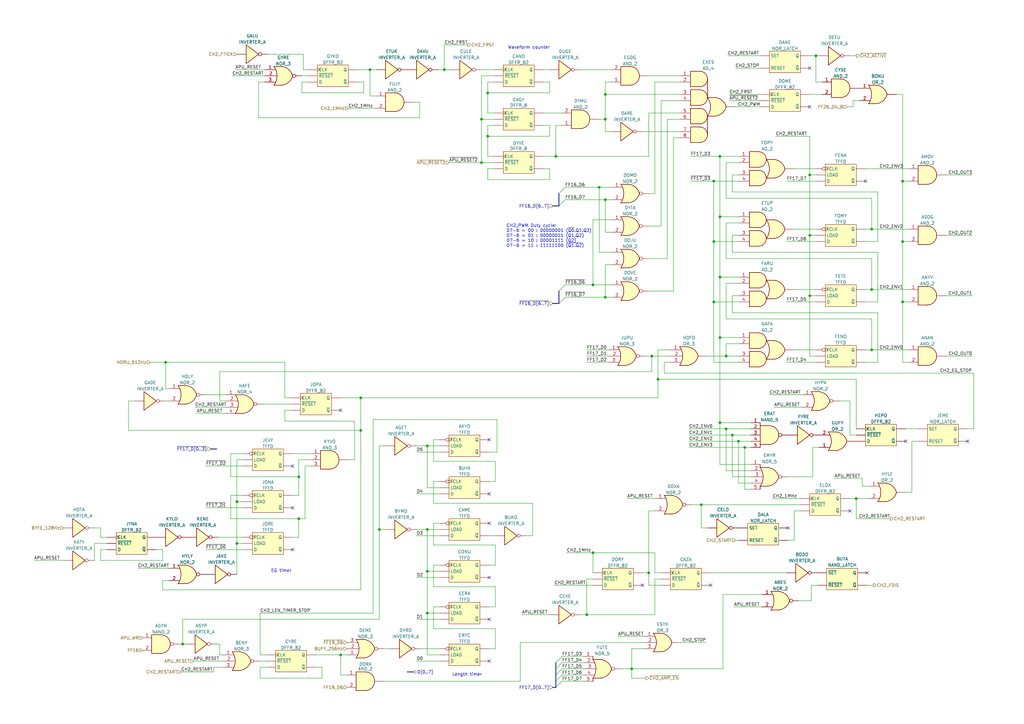
<source format=kicad_sch>
(kicad_sch (version 20211123) (generator eeschema)
  (paper "A3")
  (title_block (title "DMG-CPU B") (date "2022-12-22") (rev "0.3") (company "CC-BY-SA-4.0 Régis Galland & Michael Singer -- Derived work from Furrtek") (comment 1 "https://github.com/msinger/dmg-schematics"))
  (junction (at 97.155 205.74))
  (junction (at 248.285 121.92))
  (junction (at 300.355 178.435))
  (junction (at 295.275 173.355))
  (junction (at 357.505 118.745))
  (junction (at 248.285 38.735))
  (junction (at 155.575 217.17))
  (junction (at 139.7 268.605))
  (junction (at 305.435 183.515))
  (junction (at 243.205 116.84))
  (junction (at 200.025 55.88))
  (junction (at 269.875 155.575))
  (junction (at 332.105 121.285))
  (junction (at 332.105 96.52))
  (junction (at 197.485 48.895))
  (junction (at 259.08 274.32))
  (junction (at 266.065 234.95))
  (junction (at 302.895 180.975))
  (junction (at 292.735 99.06))
  (junction (at 295.275 138.43))
  (junction (at 240.665 252.095))
  (junction (at 295.275 88.9))
  (junction (at 122.555 212.725))
  (junction (at 74.93 264.16))
  (junction (at 243.205 226.695))
  (junction (at 357.505 93.98))
  (junction (at 175.26 251.46))
  (junction (at 248.285 81.915))
  (junction (at 200.025 38.1))
  (junction (at 245.745 76.835))
  (junction (at 334.645 22.86))
  (junction (at 351.155 204.47))
  (junction (at 151.765 28.575))
  (junction (at 295.275 113.665))
  (junction (at 370.205 123.825))
  (junction (at 287.655 207.01))
  (junction (at 357.505 143.51))
  (junction (at 182.245 28.575))
  (junction (at 292.735 123.825))
  (junction (at 297.815 146.05))
  (junction (at 332.105 71.755))
  (junction (at 197.485 66.675))
  (junction (at 292.735 74.295))
  (junction (at 370.205 74.295))
  (junction (at 175.26 234.315))
  (junction (at 175.26 217.17))
  (junction (at 122.555 195.58))
  (junction (at 370.205 99.06))
  (junction (at 97.155 222.885))
  (junction (at 248.285 48.895))
  (junction (at 147.955 176.53))
  (junction (at 295.275 64.135))
  (junction (at 267.335 146.05))
  (junction (at 175.26 182.88))
  (junction (at 147.955 163.195))
  (junction (at 67.945 148.59))
  (junction (at 227.965 64.135))
  (junction (at 297.815 175.895))
  (no_connect (at 200.66 254))
  (no_connect (at 332.105 43.815))
  (no_connect (at 291.465 240.03))
  (no_connect (at 200.66 214.63))
  (no_connect (at 371.475 180.975))
  (no_connect (at 348.615 209.55))
  (no_connect (at 120.015 208.28))
  (no_connect (at 332.105 27.94))
  (no_connect (at 200.66 202.565))
  (no_connect (at 120.015 225.425))
  (no_connect (at 200.66 180.34))
  (no_connect (at 323.215 216.535))
  (no_connect (at 139.7 168.275))
  (no_connect (at 200.66 236.855))
  (no_connect (at 200.66 271.145))
  (no_connect (at 120.015 191.135))
  (no_connect (at 354.965 74.295))
  (no_connect (at 396.875 180.975))
  (no_connect (at 263.525 240.03))
  (no_connect (at 355.6 234.95))
  (bus_entry (at 230.505 279.4) (size -2.54 2.54))
  (bus_entry (at 230.505 276.86) (size -2.54 2.54))
  (bus_entry (at 231.775 121.92) (size -2.54 2.54))
  (bus_entry (at 230.505 271.78) (size -2.54 2.54))
  (bus_entry (at 230.505 269.24) (size -2.54 2.54))
  (bus_entry (at 230.505 274.32) (size -2.54 2.54))
  (bus_entry (at 231.775 76.835) (size -2.54 2.54))
  (bus_entry (at 231.775 81.915) (size -2.54 2.54))
  (bus_entry (at 231.775 116.84) (size -2.54 2.54))
  (wire (pts (xy 292.735 123.825) (xy 302.895 123.825)))
  (wire (pts (xy 357.505 143.51) (xy 372.745 143.51)))
  (wire (pts (xy 96.52 28.575) (xy 108.585 28.575)))
  (wire (pts (xy 106.68 278.13) (xy 132.08 278.13)))
  (wire (pts (xy 203.2 266.065) (xy 203.2 257.81)))
  (wire (pts (xy 202.565 28.575) (xy 197.485 28.575)))
  (wire (pts (xy 240.665 146.05) (xy 249.555 146.05)))
  (wire (pts (xy 374.015 180.975) (xy 374.015 201.93)))
  (wire (pts (xy 87.63 275.59) (xy 87.63 273.685)))
  (bus (pts (xy 227.965 276.86) (xy 227.965 279.4)))
  (wire (pts (xy 282.575 175.895) (xy 297.815 175.895)))
  (wire (pts (xy 295.275 113.665) (xy 295.275 138.43)))
  (wire (pts (xy 89.535 220.345) (xy 99.695 220.345)))
  (wire (pts (xy 227.965 64.135) (xy 227.965 51.435)))
  (wire (pts (xy 287.655 207.01) (xy 287.655 216.535)))
  (wire (pts (xy 202.565 64.135) (xy 200.025 64.135)))
  (wire (pts (xy 203.2 189.23) (xy 177.8 189.23)))
  (wire (pts (xy 307.975 178.435) (xy 300.355 178.435)))
  (wire (pts (xy 92.71 164.465) (xy 90.17 164.465)))
  (wire (pts (xy 254.635 274.32) (xy 259.08 274.32)))
  (wire (pts (xy 335.915 183.515) (xy 333.375 183.515)))
  (wire (pts (xy 225.425 38.1) (xy 225.425 33.655)))
  (bus (pts (xy 86.36 184.15) (xy 88.9 184.15)))
  (wire (pts (xy 243.205 90.17) (xy 250.825 90.17)))
  (wire (pts (xy 282.575 180.975) (xy 302.895 180.975)))
  (wire (pts (xy 225.425 51.435) (xy 222.885 51.435)))
  (wire (pts (xy 99.695 186.055) (xy 94.615 186.055)))
  (wire (pts (xy 84.455 191.135) (xy 99.695 191.135)))
  (wire (pts (xy 295.275 88.9) (xy 295.275 113.665)))
  (wire (pts (xy 302.895 140.97) (xy 297.815 140.97)))
  (wire (pts (xy 97.155 205.74) (xy 99.695 205.74)))
  (wire (pts (xy 295.275 138.43) (xy 295.275 173.355)))
  (wire (pts (xy 160.02 266.065) (xy 157.48 266.065)))
  (wire (pts (xy 84.455 225.425) (xy 99.695 225.425)))
  (wire (pts (xy 203.835 172.085) (xy 203.835 185.42)))
  (wire (pts (xy 351.155 204.47) (xy 356.235 204.47)))
  (wire (pts (xy 177.8 223.52) (xy 177.8 214.63)))
  (wire (pts (xy 357.505 130.81) (xy 357.505 143.51)))
  (wire (pts (xy 248.285 33.655) (xy 250.825 33.655)))
  (wire (pts (xy 357.505 106.045) (xy 357.505 118.745)))
  (wire (pts (xy 266.065 92.71) (xy 271.145 92.71)))
  (wire (pts (xy 94.615 186.055) (xy 94.615 195.58)))
  (wire (pts (xy 351.155 178.435) (xy 348.615 178.435)))
  (wire (pts (xy 278.765 33.655) (xy 268.605 33.655)))
  (wire (pts (xy 297.815 81.28) (xy 357.505 81.28)))
  (wire (pts (xy 300.355 121.285) (xy 300.355 128.27)))
  (wire (pts (xy 259.08 278.13) (xy 264.795 278.13)))
  (wire (pts (xy 273.685 48.895) (xy 278.765 48.895)))
  (wire (pts (xy 177.8 206.375) (xy 218.44 206.375)))
  (wire (pts (xy 52.705 164.465) (xy 55.245 164.465)))
  (wire (pts (xy 99.695 188.595) (xy 97.155 188.595)))
  (wire (pts (xy 145.415 188.595) (xy 145.415 172.72)))
  (wire (pts (xy 349.885 41.275) (xy 349.885 43.815)))
  (wire (pts (xy 38.735 216.535) (xy 41.275 216.535)))
  (wire (pts (xy 80.645 169.545) (xy 92.71 169.545)))
  (wire (pts (xy 274.955 143.51) (xy 269.875 143.51)))
  (wire (pts (xy 64.135 225.425) (xy 66.675 225.425)))
  (wire (pts (xy 107.95 165.735) (xy 119.38 165.735)))
  (wire (pts (xy 267.335 152.4) (xy 267.335 146.05)))
  (wire (pts (xy 175.26 217.17) (xy 180.34 217.17)))
  (wire (pts (xy 269.875 155.575) (xy 351.155 155.575)))
  (wire (pts (xy 297.815 193.04) (xy 307.975 193.04)))
  (wire (pts (xy 348.615 204.47) (xy 351.155 204.47)))
  (wire (pts (xy 250.825 53.975) (xy 248.285 53.975)))
  (wire (pts (xy 177.8 197.485) (xy 180.34 197.485)))
  (wire (pts (xy 316.865 204.47) (xy 328.295 204.47)))
  (wire (pts (xy 170.815 236.855) (xy 180.34 236.855)))
  (wire (pts (xy 202.565 69.215) (xy 200.025 69.215)))
  (wire (pts (xy 180.34 266.065) (xy 172.72 266.065)))
  (bus (pts (xy 229.235 124.46) (xy 229.235 119.38)))
  (wire (pts (xy 66.675 225.425) (xy 66.675 229.87)))
  (wire (pts (xy 149.225 33.655) (xy 149.225 38.1)))
  (wire (pts (xy 122.555 212.725) (xy 125.095 212.725)))
  (bus (pts (xy 227.965 271.78) (xy 227.965 274.32)))
  (wire (pts (xy 297.815 91.44) (xy 297.815 106.045)))
  (wire (pts (xy 230.505 271.78) (xy 239.395 271.78)))
  (wire (pts (xy 139.7 163.195) (xy 147.955 163.195)))
  (wire (pts (xy 292.735 148.59) (xy 302.895 148.59)))
  (wire (pts (xy 305.435 200.66) (xy 307.975 200.66)))
  (wire (pts (xy 335.915 22.86) (xy 334.645 22.86)))
  (wire (pts (xy 147.955 176.53) (xy 147.955 241.935)))
  (wire (pts (xy 357.505 118.745) (xy 372.745 118.745)))
  (wire (pts (xy 325.755 118.745) (xy 334.645 118.745)))
  (wire (pts (xy 170.815 182.88) (xy 175.26 182.88)))
  (wire (pts (xy 248.285 121.92) (xy 250.825 121.92)))
  (wire (pts (xy 202.565 33.655) (xy 200.025 33.655)))
  (wire (pts (xy 200.66 219.71) (xy 203.2 219.71)))
  (wire (pts (xy 360.045 128.27) (xy 360.045 148.59)))
  (wire (pts (xy 259.08 266.065) (xy 264.16 266.065)))
  (wire (pts (xy 125.095 191.135) (xy 127.635 191.135)))
  (wire (pts (xy 90.17 152.4) (xy 267.335 152.4)))
  (wire (pts (xy 116.84 168.275) (xy 116.84 172.72)))
  (wire (pts (xy 225.425 73.66) (xy 225.425 69.215)))
  (wire (pts (xy 354.965 148.59) (xy 360.045 148.59)))
  (wire (pts (xy 106.045 33.655) (xy 106.045 48.26)))
  (wire (pts (xy 200.66 197.485) (xy 203.2 197.485)))
  (wire (pts (xy 56.515 233.045) (xy 69.215 233.045)))
  (wire (pts (xy 116.84 168.275) (xy 119.38 168.275)))
  (wire (pts (xy 259.08 266.065) (xy 259.08 274.32)))
  (wire (pts (xy 370.205 38.735) (xy 370.205 74.295)))
  (wire (pts (xy 151.765 39.37) (xy 154.305 39.37)))
  (wire (pts (xy 97.155 235.585) (xy 97.155 222.885)))
  (wire (pts (xy 122.555 188.595) (xy 122.555 195.58)))
  (wire (pts (xy 250.825 28.575) (xy 238.125 28.575)))
  (wire (pts (xy 325.755 209.55) (xy 325.755 221.615)))
  (wire (pts (xy 266.065 31.115) (xy 278.765 31.115)))
  (wire (pts (xy 297.815 116.205) (xy 297.815 130.81)))
  (wire (pts (xy 227.965 51.435) (xy 230.505 51.435)))
  (wire (pts (xy 231.775 121.92) (xy 248.285 121.92)))
  (wire (pts (xy 41.275 225.425) (xy 43.815 225.425)))
  (bus (pts (xy 226.695 281.94) (xy 227.965 281.94)))
  (wire (pts (xy 158.115 182.88) (xy 155.575 182.88)))
  (wire (pts (xy 116.84 148.59) (xy 116.84 163.195)))
  (wire (pts (xy 106.045 48.26) (xy 172.085 48.26)))
  (wire (pts (xy 268.605 234.95) (xy 271.145 234.95)))
  (wire (pts (xy 357.505 81.28) (xy 357.505 93.98)))
  (wire (pts (xy 203.2 248.92) (xy 203.2 240.665)))
  (bus (pts (xy 226.695 124.46) (xy 229.235 124.46)))
  (wire (pts (xy 170.815 217.17) (xy 175.26 217.17)))
  (wire (pts (xy 271.145 237.49) (xy 268.605 237.49)))
  (wire (pts (xy 66.675 241.935) (xy 66.675 238.125)))
  (wire (pts (xy 197.485 31.115) (xy 197.485 48.895)))
  (wire (pts (xy 325.755 93.98) (xy 334.645 93.98)))
  (wire (pts (xy 175.26 251.46) (xy 175.26 268.605)))
  (wire (pts (xy 300.355 128.27) (xy 360.045 128.27)))
  (wire (pts (xy 124.46 28.575) (xy 124.46 22.225)))
  (wire (pts (xy 197.485 66.675) (xy 202.565 66.675)))
  (wire (pts (xy 290.195 146.05) (xy 297.815 146.05)))
  (wire (pts (xy 300.355 71.755) (xy 300.355 78.74)))
  (wire (pts (xy 139.7 268.605) (xy 142.24 268.605)))
  (wire (pts (xy 266.065 119.38) (xy 276.225 119.38)))
  (wire (pts (xy 170.815 271.145) (xy 180.34 271.145)))
  (wire (pts (xy 351.155 212.725) (xy 365.125 212.725)))
  (wire (pts (xy 184.15 66.675) (xy 197.485 66.675)))
  (wire (pts (xy 177.8 257.81) (xy 177.8 248.92)))
  (wire (pts (xy 240.665 237.49) (xy 240.665 252.095)))
  (wire (pts (xy 203.2 240.665) (xy 177.8 240.665)))
  (wire (pts (xy 132.08 278.13) (xy 132.08 273.685)))
  (wire (pts (xy 175.26 234.315) (xy 180.34 234.315)))
  (wire (pts (xy 297.815 146.05) (xy 297.815 140.97)))
  (wire (pts (xy 94.615 212.725) (xy 122.555 212.725)))
  (wire (pts (xy 287.655 207.01) (xy 328.295 207.01)))
  (wire (pts (xy 67.945 148.59) (xy 116.84 148.59)))
  (wire (pts (xy 182.245 28.575) (xy 184.785 28.575)))
  (wire (pts (xy 302.895 91.44) (xy 297.815 91.44)))
  (wire (pts (xy 263.525 53.975) (xy 278.765 53.975)))
  (wire (pts (xy 274.955 148.59) (xy 272.415 148.59)))
  (wire (pts (xy 325.755 143.51) (xy 334.645 143.51)))
  (wire (pts (xy 273.685 106.045) (xy 273.685 48.895)))
  (wire (pts (xy 250.825 116.84) (xy 243.205 116.84)))
  (wire (pts (xy 297.815 146.05) (xy 302.895 146.05)))
  (wire (pts (xy 84.455 208.28) (xy 99.695 208.28)))
  (wire (pts (xy 332.105 71.755) (xy 332.105 55.88)))
  (wire (pts (xy 271.145 92.71) (xy 271.145 41.275)))
  (wire (pts (xy 222.885 46.355) (xy 230.505 46.355)))
  (wire (pts (xy 348.615 178.435) (xy 348.615 164.465)))
  (wire (pts (xy 300.355 195.58) (xy 307.975 195.58)))
  (wire (pts (xy 325.755 209.55) (xy 328.295 209.55)))
  (wire (pts (xy 315.595 161.925) (xy 328.93 161.925)))
  (wire (pts (xy 213.36 263.525) (xy 264.16 263.525)))
  (wire (pts (xy 248.285 48.895) (xy 248.285 38.735)))
  (wire (pts (xy 200.66 248.92) (xy 203.2 248.92)))
  (wire (pts (xy 243.205 237.49) (xy 240.665 237.49)))
  (wire (pts (xy 372.745 74.295) (xy 370.205 74.295)))
  (wire (pts (xy 323.215 221.615) (xy 325.755 221.615)))
  (wire (pts (xy 332.105 96.52) (xy 332.105 121.285)))
  (wire (pts (xy 266.065 46.355) (xy 266.065 64.135)))
  (wire (pts (xy 122.555 195.58) (xy 94.615 195.58)))
  (wire (pts (xy 122.555 220.345) (xy 122.555 212.725)))
  (wire (pts (xy 374.015 180.975) (xy 376.555 180.975)))
  (wire (pts (xy 155.575 182.88) (xy 155.575 217.17)))
  (wire (pts (xy 333.375 183.515) (xy 333.375 195.58)))
  (wire (pts (xy 305.435 183.515) (xy 305.435 200.66)))
  (bus (pts (xy 227.965 274.32) (xy 227.965 276.86)))
  (wire (pts (xy 202.565 31.115) (xy 197.485 31.115)))
  (wire (pts (xy 97.155 205.74) (xy 97.155 222.885)))
  (wire (pts (xy 332.74 246.38) (xy 332.74 240.03)))
  (wire (pts (xy 354.965 143.51) (xy 357.505 143.51)))
  (wire (pts (xy 129.54 268.605) (xy 139.7 268.605)))
  (wire (pts (xy 354.965 69.215) (xy 372.745 69.215)))
  (wire (pts (xy 175.26 268.605) (xy 180.34 268.605)))
  (wire (pts (xy 370.205 74.295) (xy 370.205 99.06)))
  (wire (pts (xy 157.48 279.4) (xy 213.36 279.4)))
  (wire (pts (xy 238.125 252.095) (xy 240.665 252.095)))
  (wire (pts (xy 132.08 273.685) (xy 129.54 273.685)))
  (wire (pts (xy 243.205 226.695) (xy 268.605 226.695)))
  (wire (pts (xy 95.25 31.115) (xy 108.585 31.115)))
  (wire (pts (xy 266.065 234.95) (xy 266.065 209.55)))
  (wire (pts (xy 302.895 66.675) (xy 297.815 66.675)))
  (wire (pts (xy 302.895 96.52) (xy 300.355 96.52)))
  (wire (pts (xy 372.745 123.825) (xy 370.205 123.825)))
  (wire (pts (xy 268.605 33.655) (xy 268.605 79.375)))
  (wire (pts (xy 302.895 71.755) (xy 300.355 71.755)))
  (wire (pts (xy 266.065 209.55) (xy 268.605 209.55)))
  (wire (pts (xy 43.815 222.885) (xy 38.735 222.885)))
  (wire (pts (xy 297.815 66.675) (xy 297.815 81.28)))
  (wire (pts (xy 276.225 56.515) (xy 278.765 56.515)))
  (wire (pts (xy 351.155 204.47) (xy 351.155 212.725)))
  (wire (pts (xy 307.975 183.515) (xy 305.435 183.515)))
  (wire (pts (xy 213.995 252.095) (xy 225.425 252.095)))
  (wire (pts (xy 269.875 163.195) (xy 269.875 155.575)))
  (wire (pts (xy 153.035 251.46) (xy 106.68 251.46)))
  (wire (pts (xy 175.26 200.025) (xy 180.34 200.025)))
  (wire (pts (xy 99.695 203.2) (xy 94.615 203.2)))
  (wire (pts (xy 200.025 55.88) (xy 225.425 55.88)))
  (wire (pts (xy 302.895 121.285) (xy 300.355 121.285)))
  (wire (pts (xy 248.285 33.655) (xy 248.285 38.735)))
  (wire (pts (xy 240.665 148.59) (xy 249.555 148.59)))
  (wire (pts (xy 106.68 268.605) (xy 106.68 251.46)))
  (wire (pts (xy 175.26 251.46) (xy 180.34 251.46)))
  (wire (pts (xy 334.645 96.52) (xy 332.105 96.52)))
  (wire (pts (xy 354.965 123.825) (xy 360.045 123.825)))
  (wire (pts (xy 295.275 88.9) (xy 302.895 88.9)))
  (wire (pts (xy 191.77 18.415) (xy 182.245 18.415)))
  (wire (pts (xy 296.545 274.32) (xy 296.545 243.84)))
  (wire (pts (xy 300.355 178.435) (xy 300.355 195.58)))
  (wire (pts (xy 175.26 182.88) (xy 180.34 182.88)))
  (wire (pts (xy 351.155 155.575) (xy 351.155 175.895)))
  (wire (pts (xy 332.105 71.755) (xy 332.105 96.52)))
  (wire (pts (xy 367.665 38.735) (xy 370.205 38.735)))
  (wire (pts (xy 372.745 99.06) (xy 370.205 99.06)))
  (wire (pts (xy 268.605 226.695) (xy 268.605 234.95)))
  (wire (pts (xy 200.025 38.1) (xy 225.425 38.1)))
  (wire (pts (xy 122.555 188.595) (xy 127.635 188.595)))
  (wire (pts (xy 146.685 33.655) (xy 149.225 33.655)))
  (wire (pts (xy 142.875 44.45) (xy 154.305 44.45)))
  (wire (pts (xy 332.105 38.735) (xy 337.185 38.735)))
  (wire (pts (xy 74.93 254) (xy 155.575 254)))
  (wire (pts (xy 200.66 266.065) (xy 203.2 266.065)))
  (wire (pts (xy 283.21 64.135) (xy 295.275 64.135)))
  (wire (pts (xy 38.735 222.885) (xy 38.735 229.87)))
  (wire (pts (xy 259.08 278.13) (xy 259.08 274.32)))
  (wire (pts (xy 200.025 33.655) (xy 200.025 38.1)))
  (wire (pts (xy 225.425 69.215) (xy 222.885 69.215)))
  (wire (pts (xy 200.025 73.66) (xy 225.425 73.66)))
  (wire (pts (xy 74.93 264.16) (xy 74.93 254)))
  (wire (pts (xy 271.145 240.03) (xy 266.065 240.03)))
  (wire (pts (xy 322.58 148.59) (xy 334.645 148.59)))
  (wire (pts (xy 197.485 48.895) (xy 197.485 66.675)))
  (wire (pts (xy 151.765 28.575) (xy 151.765 39.37)))
  (wire (pts (xy 87.63 273.685) (xy 91.44 273.685)))
  (wire (pts (xy 213.36 263.525) (xy 213.36 279.4)))
  (wire (pts (xy 151.765 28.575) (xy 146.685 28.575)))
  (wire (pts (xy 399.415 153.035) (xy 399.415 175.895)))
  (wire (pts (xy 317.5 167.005) (xy 328.93 167.005)))
  (wire (pts (xy 266.065 240.03) (xy 266.065 234.95)))
  (wire (pts (xy 283.21 74.295) (xy 292.735 74.295)))
  (wire (pts (xy 334.645 33.655) (xy 337.185 33.655)))
  (wire (pts (xy 282.575 178.435) (xy 300.355 178.435)))
  (wire (pts (xy 116.84 172.72) (xy 145.415 172.72)))
  (wire (pts (xy 259.08 274.32) (xy 296.545 274.32)))
  (wire (pts (xy 250.825 76.835) (xy 245.745 76.835)))
  (wire (pts (xy 243.205 226.695) (xy 243.205 234.95)))
  (wire (pts (xy 296.545 243.84) (xy 312.42 243.84)))
  (wire (pts (xy 230.505 274.32) (xy 239.395 274.32)))
  (wire (pts (xy 332.74 240.03) (xy 335.28 240.03)))
  (wire (pts (xy 295.275 173.355) (xy 307.975 173.355)))
  (wire (pts (xy 175.26 182.88) (xy 175.26 200.025)))
  (wire (pts (xy 292.735 74.295) (xy 292.735 99.06)))
  (wire (pts (xy 154.305 28.575) (xy 151.765 28.575)))
  (wire (pts (xy 264.795 146.05) (xy 267.335 146.05)))
  (wire (pts (xy 225.425 55.88) (xy 225.425 51.435)))
  (wire (pts (xy 230.505 279.4) (xy 239.395 279.4)))
  (wire (pts (xy 250.825 95.25) (xy 248.285 95.25)))
  (wire (pts (xy 240.665 252.095) (xy 268.605 252.095)))
  (wire (pts (xy 283.845 207.01) (xy 287.655 207.01)))
  (wire (pts (xy 295.275 173.355) (xy 295.275 190.5)))
  (wire (pts (xy 200.66 185.42) (xy 203.835 185.42)))
  (wire (pts (xy 248.285 38.735) (xy 278.765 38.735)))
  (wire (pts (xy 299.085 41.275) (xy 311.785 41.275)))
  (wire (pts (xy 240.665 143.51) (xy 249.555 143.51)))
  (wire (pts (xy 292.735 99.06) (xy 292.735 123.825)))
  (wire (pts (xy 97.155 222.885) (xy 99.695 222.885)))
  (wire (pts (xy 94.615 203.2) (xy 94.615 212.725)))
  (wire (pts (xy 41.275 229.87) (xy 41.275 225.425)))
  (wire (pts (xy 218.44 219.71) (xy 215.9 219.71)))
  (wire (pts (xy 354.965 118.745) (xy 357.505 118.745)))
  (wire (pts (xy 13.97 229.87) (xy 26.035 229.87)))
  (wire (pts (xy 175.26 217.17) (xy 175.26 234.315)))
  (wire (pts (xy 248.285 81.915) (xy 250.825 81.915)))
  (wire (pts (xy 332.105 121.285) (xy 332.105 146.05)))
  (wire (pts (xy 66.675 241.935) (xy 147.955 241.935)))
  (wire (pts (xy 203.2 197.485) (xy 203.2 189.23)))
  (wire (pts (xy 358.14 240.03) (xy 355.6 240.03)))
  (wire (pts (xy 170.815 254) (xy 180.34 254)))
  (wire (pts (xy 200.025 64.135) (xy 200.025 55.88)))
  (wire (pts (xy 276.225 119.38) (xy 276.225 56.515)))
  (wire (pts (xy 295.275 190.5) (xy 307.975 190.5)))
  (wire (pts (xy 248.285 108.585) (xy 248.285 121.92)))
  (wire (pts (xy 231.775 116.84) (xy 243.205 116.84)))
  (wire (pts (xy 342.265 196.215) (xy 353.695 196.215)))
  (wire (pts (xy 300.355 78.74) (xy 360.045 78.74)))
  (wire (pts (xy 292.735 99.06) (xy 302.895 99.06)))
  (wire (pts (xy 200.66 231.775) (xy 203.2 231.775)))
  (wire (pts (xy 272.415 148.59) (xy 272.415 153.035)))
  (wire (pts (xy 222.885 64.135) (xy 227.965 64.135)))
  (wire (pts (xy 250.825 108.585) (xy 248.285 108.585)))
  (wire (pts (xy 322.58 123.825) (xy 334.645 123.825)))
  (wire (pts (xy 200.025 51.435) (xy 200.025 55.88)))
  (wire (pts (xy 123.825 38.1) (xy 123.825 33.655)))
  (wire (pts (xy 108.585 33.655) (xy 106.045 33.655)))
  (wire (pts (xy 182.245 18.415) (xy 182.245 28.575)))
  (wire (pts (xy 41.275 216.535) (xy 41.275 220.345)))
  (wire (pts (xy 90.17 268.605) (xy 91.44 268.605)))
  (wire (pts (xy 203.2 257.81) (xy 177.8 257.81)))
  (wire (pts (xy 73.66 264.16) (xy 74.93 264.16)))
  (wire (pts (xy 360.045 103.505) (xy 360.045 123.825)))
  (wire (pts (xy 52.705 176.53) (xy 52.705 164.465)))
  (wire (pts (xy 322.58 74.295) (xy 334.645 74.295)))
  (wire (pts (xy 172.085 41.91) (xy 169.545 41.91)))
  (wire (pts (xy 334.645 22.86) (xy 332.105 22.86)))
  (wire (pts (xy 120.015 186.055) (xy 127.635 186.055)))
  (wire (pts (xy 155.575 217.17) (xy 158.115 217.17)))
  (wire (pts (xy 348.615 22.86) (xy 351.155 22.86)))
  (wire (pts (xy 41.275 220.345) (xy 43.815 220.345)))
  (wire (pts (xy 357.505 93.98) (xy 354.965 93.98)))
  (wire (pts (xy 268.605 237.49) (xy 268.605 252.095)))
  (wire (pts (xy 272.415 153.035) (xy 399.415 153.035)))
  (wire (pts (xy 147.955 176.53) (xy 52.705 176.53)))
  (wire (pts (xy 292.735 123.825) (xy 292.735 148.59)))
  (wire (pts (xy 97.155 188.595) (xy 97.155 205.74)))
  (wire (pts (xy 90.17 264.16) (xy 90.17 268.605)))
  (wire (pts (xy 267.335 146.05) (xy 274.955 146.05)))
  (wire (pts (xy 248.285 48.895) (xy 248.285 53.975)))
  (wire (pts (xy 200.025 69.215) (xy 200.025 73.66)))
  (wire (pts (xy 322.58 99.06) (xy 334.645 99.06)))
  (bus (pts (xy 229.235 84.455) (xy 229.235 79.375)))
  (wire (pts (xy 245.745 48.895) (xy 248.285 48.895)))
  (wire (pts (xy 172.085 48.26) (xy 172.085 41.91)))
  (wire (pts (xy 323.215 195.58) (xy 333.375 195.58)))
  (wire (pts (xy 263.525 234.95) (xy 266.065 234.95)))
  (wire (pts (xy 295.275 138.43) (xy 302.895 138.43)))
  (wire (pts (xy 371.475 201.93) (xy 374.015 201.93)))
  (wire (pts (xy 348.615 164.465) (xy 344.17 164.465)))
  (wire (pts (xy 153.035 172.085) (xy 153.035 251.46)))
  (wire (pts (xy 106.68 271.145) (xy 109.22 271.145)))
  (wire (pts (xy 300.355 96.52) (xy 300.355 103.505)))
  (wire (pts (xy 203.2 223.52) (xy 177.8 223.52)))
  (wire (pts (xy 353.695 196.215) (xy 353.695 199.39)))
  (wire (pts (xy 327.66 246.38) (xy 332.74 246.38)))
  (wire (pts (xy 170.815 202.565) (xy 180.34 202.565)))
  (bus (pts (xy 227.965 279.4) (xy 227.965 281.94)))
  (wire (pts (xy 353.695 199.39) (xy 356.235 199.39)))
  (wire (pts (xy 325.755 69.215) (xy 334.645 69.215)))
  (wire (pts (xy 155.575 254) (xy 155.575 217.17)))
  (wire (pts (xy 370.205 99.06) (xy 370.205 123.825)))
  (wire (pts (xy 106.68 273.685) (xy 106.68 278.13)))
  (wire (pts (xy 88.9 264.16) (xy 90.17 264.16)))
  (wire (pts (xy 126.365 28.575) (xy 124.46 28.575)))
  (wire (pts (xy 120.015 220.345) (xy 122.555 220.345)))
  (wire (pts (xy 297.815 130.81) (xy 357.505 130.81)))
  (wire (pts (xy 179.705 28.575) (xy 182.245 28.575)))
  (wire (pts (xy 120.015 203.2) (xy 122.555 203.2)))
  (wire (pts (xy 271.145 41.275) (xy 278.765 41.275)))
  (wire (pts (xy 278.765 46.355) (xy 266.065 46.355)))
  (wire (pts (xy 243.205 90.17) (xy 243.205 116.84)))
  (wire (pts (xy 230.505 276.86) (xy 239.395 276.86)))
  (wire (pts (xy 396.875 175.895) (xy 399.415 175.895)))
  (wire (pts (xy 300.99 248.92) (xy 312.42 248.92)))
  (wire (pts (xy 387.985 146.05) (xy 398.78 146.05)))
  (wire (pts (xy 69.215 159.385) (xy 67.945 159.385)))
  (wire (pts (xy 177.8 180.34) (xy 180.34 180.34)))
  (wire (pts (xy 269.875 143.51) (xy 269.875 155.575)))
  (wire (pts (xy 66.675 229.87) (xy 41.275 229.87)))
  (wire (pts (xy 311.785 27.94) (xy 301.625 27.94)))
  (wire (pts (xy 387.985 71.755) (xy 398.78 71.755)))
  (wire (pts (xy 245.745 103.505) (xy 250.825 103.505)))
  (wire (pts (xy 253.365 260.985) (xy 264.16 260.985)))
  (wire (pts (xy 279.4 263.525) (xy 289.56 263.525)))
  (bus (pts (xy 226.695 84.455) (xy 229.235 84.455)))
  (wire (pts (xy 387.985 96.52) (xy 398.78 96.52)))
  (wire (pts (xy 268.605 79.375) (xy 266.065 79.375)))
  (wire (pts (xy 248.285 95.25) (xy 248.285 81.915)))
  (wire (pts (xy 347.345 43.815) (xy 349.885 43.815)))
  (wire (pts (xy 177.8 248.92) (xy 180.34 248.92)))
  (wire (pts (xy 147.955 163.195) (xy 269.875 163.195)))
  (wire (pts (xy 290.195 216.535) (xy 287.655 216.535)))
  (wire (pts (xy 203.2 231.775) (xy 203.2 223.52)))
  (wire (pts (xy 354.965 99.06) (xy 360.045 99.06)))
  (wire (pts (xy 360.045 78.74) (xy 360.045 99.06)))
  (wire (pts (xy 67.945 148.59) (xy 67.945 159.385)))
  (wire (pts (xy 334.645 22.86) (xy 334.645 33.655)))
  (wire (pts (xy 74.93 264.16) (xy 76.2 264.16)))
  (wire (pts (xy 307.975 175.895) (xy 297.815 175.895)))
  (wire (pts (xy 79.375 271.145) (xy 91.44 271.145)))
  (wire (pts (xy 318.135 55.88) (xy 332.105 55.88)))
  (wire (pts (xy 297.815 106.045) (xy 357.505 106.045)))
  (wire (pts (xy 295.275 64.135) (xy 302.895 64.135)))
  (wire (pts (xy 302.895 180.975) (xy 302.895 198.12)))
  (wire (pts (xy 371.475 175.895) (xy 376.555 175.895)))
  (wire (pts (xy 257.175 204.47) (xy 268.605 204.47)))
  (wire (pts (xy 92.71 161.925) (xy 84.455 161.925)))
  (wire (pts (xy 300.355 103.505) (xy 360.045 103.505)))
  (wire (pts (xy 218.44 206.375) (xy 218.44 219.71)))
  (wire (pts (xy 302.895 198.12) (xy 307.975 198.12)))
  (wire (pts (xy 302.895 116.205) (xy 297.815 116.205)))
  (wire (pts (xy 74.295 275.59) (xy 87.63 275.59)))
  (wire (pts (xy 291.465 234.95) (xy 322.58 234.95)))
  (wire (pts (xy 357.505 93.98) (xy 372.745 93.98)))
  (wire (pts (xy 334.645 71.755) (xy 332.105 71.755)))
  (wire (pts (xy 352.425 41.275) (xy 349.885 41.275)))
  (wire (pts (xy 295.275 64.135) (xy 295.275 88.9)))
  (wire (pts (xy 175.26 234.315) (xy 175.26 251.46)))
  (wire (pts (xy 266.065 106.045) (xy 273.685 106.045)))
  (wire (pts (xy 69.215 238.125) (xy 66.675 238.125)))
  (wire (pts (xy 372.745 148.59) (xy 370.205 148.59)))
  (wire (pts (xy 145.415 188.595) (xy 142.875 188.595)))
  (wire (pts (xy 122.555 203.2) (xy 122.555 195.58)))
  (wire (pts (xy 80.01 167.005) (xy 92.71 167.005)))
  (wire (pts (xy 222.885 28.575) (xy 225.425 28.575)))
  (wire (pts (xy 177.8 189.23) (xy 177.8 180.34)))
  (wire (pts (xy 202.565 51.435) (xy 200.025 51.435)))
  (wire (pts (xy 292.735 74.295) (xy 302.895 74.295)))
  (wire (pts (xy 227.965 64.135) (xy 266.065 64.135)))
  (wire (pts (xy 231.775 81.915) (xy 248.285 81.915)))
  (wire (pts (xy 301.625 221.615) (xy 302.895 221.615)))
  (wire (pts (xy 334.645 121.285) (xy 332.105 121.285)))
  (wire (pts (xy 177.8 214.63) (xy 180.34 214.63)))
  (wire (pts (xy 232.41 226.695) (xy 243.205 226.695)))
  (wire (pts (xy 245.745 76.835) (xy 245.745 103.505)))
  (wire (pts (xy 170.815 185.42) (xy 180.34 185.42)))
  (wire (pts (xy 153.035 172.085) (xy 203.835 172.085)))
  (wire (pts (xy 227.33 240.03) (xy 243.205 240.03)))
  (wire (pts (xy 301.625 43.815) (xy 311.785 43.815)))
  (wire (pts (xy 67.945 164.465) (xy 69.215 164.465)))
  (wire (pts (xy 123.825 33.655) (xy 126.365 33.655)))
  (wire (pts (xy 123.825 31.115) (xy 126.365 31.115)))
  (wire (pts (xy 225.425 33.655) (xy 222.885 33.655)))
  (wire (pts (xy 116.84 163.195) (xy 119.38 163.195)))
  (wire (pts (xy 124.46 22.225) (xy 109.855 22.225)))
  (wire (pts (xy 139.7 276.86) (xy 139.7 268.605)))
  (wire (pts (xy 307.975 180.975) (xy 302.895 180.975)))
  (wire (pts (xy 177.8 206.375) (xy 177.8 197.485)))
  (wire (pts (xy 90.17 164.465) (xy 90.17 152.4)))
  (wire (pts (xy 297.815 175.895) (xy 297.815 193.04)))
  (wire (pts (xy 299.085 38.735) (xy 311.785 38.735)))
  (wire (pts (xy 142.24 276.86) (xy 139.7 276.86)))
  (wire (pts (xy 197.485 48.895) (xy 202.565 48.895)))
  (wire (pts (xy 295.275 113.665) (xy 302.895 113.665)))
  (wire (pts (xy 370.205 123.825) (xy 370.205 148.59)))
  (wire (pts (xy 298.45 22.86) (xy 311.785 22.86)))
  (wire (pts (xy 200.025 46.355) (xy 200.025 38.1)))
  (wire (pts (xy 282.575 183.515) (xy 305.435 183.515)))
  (wire (pts (xy 334.645 146.05) (xy 332.105 146.05)))
  (wire (pts (xy 125.095 191.135) (xy 125.095 212.725)))
  (wire (pts (xy 230.505 269.24) (xy 239.395 269.24)))
  (wire (pts (xy 231.775 76.835) (xy 245.745 76.835)))
  (wire (pts (xy 61.595 148.59) (xy 67.945 148.59)))
  (wire (pts (xy 147.955 163.195) (xy 147.955 176.53)))
  (wire (pts (xy 149.225 38.1) (xy 123.825 38.1)))
  (wire (pts (xy 202.565 46.355) (xy 200.025 46.355)))
  (wire (pts (xy 106.68 268.605) (xy 109.22 268.605)))
  (wire (pts (xy 177.8 231.775) (xy 180.34 231.775)))
  (wire (pts (xy 177.8 240.665) (xy 177.8 231.775)))
  (wire (pts (xy 170.815 219.71) (xy 180.34 219.71)))
  (bus (pts (xy 167.005 275.59) (xy 169.545 275.59)))
  (wire (pts (xy 109.22 273.685) (xy 106.68 273.685)))
  (wire (pts (xy 387.985 121.285) (xy 398.78 121.285)))
  (text "Waveform counter" (at 208.28 20.32 0) (effects (font (size 1.27 1.27)) (justify left bottom)))
  (text "Length timer" (at 185.42 277.495 0) (effects (font (size 1.27 1.27)) (justify left bottom)))
  (text "CH2_PWM Duty cycle:\nD7-6 = 00 : 00000001 (~{Q0}.Q1.Q2)\nD7-6 = 01 : 00000011 (Q1.Q2)\nD7-6 = 10 : 00001111 (Q2)\nD7-6 = 11 : 11111100 (~{Q1.Q2})\n" (at 207.645 101.6 0) (effects (font (size 1.27 1.27)) (justify left bottom)))
  (text "EG timer" (at 111.125 234.95 0) (effects (font (size 1.27 1.27)) (justify left bottom)))
  (label "CH2_RESTART" (at 315.595 161.925 0))
  (label "APU_RESET" (at 213.995 252.095 0))
  (label "CH2_FRST" (at 299.085 38.735 0))
  (label "CH2_RESTART" (at 318.135 55.88 0))
  (label "CH2_ENV0" (at 360.68 143.51 0))
  (label "CH2_ENV1" (at 282.575 178.435 0))
  (label "D2" (at 170.815 236.855 0))
  (label "CH2_FRST" (at 191.77 18.415 180))
  (label "D5" (at 170.815 185.42 0))
  (label "CH2_OUT3" (at 398.78 71.755 180))
  (label "CH2_1MHz" (at 232.41 226.695 0))
  (label "D4" (at 170.815 202.565 0))
  (label "CH2_RESTART" (at 80.01 167.005 0))
  (label "CH2_ENV3" (at 360.68 69.215 0))
  (label "D3" (at 170.815 219.71 0))
  (label "FF17_D4" (at 322.58 148.59 0))
  (label "APU_RESET" (at 342.265 196.215 0))
  (label "CH2_ENV1" (at 360.68 118.745 0))
  (label "CH2_1MHz" (at 142.875 44.45 0))
  (label "~{FF17_D1}" (at 84.455 208.28 0))
  (label "~{APU_RESET2}" (at 184.15 66.675 0))
  (label "CH2_RESTART" (at 365.125 212.725 180))
  (label "APU_RESET" (at 96.52 28.575 0))
  (label "CH2_1MHz" (at 316.865 204.47 0))
  (label "CH2_OUT2" (at 398.78 96.52 180))
  (label "APU_RESET" (at 79.375 271.145 0))
  (label "FF17_D6" (at 230.505 276.86 0))
  (label "~{FF17_D2}" (at 84.455 191.135 0))
  (label "FF17_D0" (at 240.665 143.51 0))
  (label "CH2_OUT0" (at 398.78 146.05 180))
  (label "FF17_D5" (at 322.58 123.825 0))
  (label "CH2_RESTART" (at 227.33 240.03 0))
  (label "D0" (at 170.815 271.145 0))
  (label "APU_RESET" (at 257.175 204.47 0))
  (label "FF17_D2" (at 240.665 148.59 0))
  (label "CH2_ENV0" (at 282.575 175.895 0))
  (label "CH2_RESTART" (at 298.45 22.86 0))
  (label "FF16_D6" (at 231.775 76.835 0))
  (label "APU_RESET" (at 80.645 169.545 0))
  (label "APU_RESET" (at 13.97 229.87 0))
  (label "CH2_ENV2" (at 282.575 180.975 0))
  (label "APU_RESET" (at 300.99 248.92 0))
  (label "CH2_STOP" (at 289.56 263.525 180))
  (label "CH2_ENV3" (at 282.575 183.515 0))
  (label "D1" (at 170.815 254 0))
  (label "FF17_D5" (at 230.505 274.32 0))
  (label "~{FF17_D0}" (at 84.455 225.425 0))
  (label "FF17_D1" (at 240.665 146.05 0))
  (label "CH2_STOP" (at 301.625 27.94 0))
  (label "CH2_EG_STOP" (at 385.445 153.035 0))
  (label "FF17_D7" (at 230.505 279.4 0))
  (label "CH2_ENV2" (at 360.68 93.98 0))
  (label "FF17_D3" (at 230.505 269.24 0))
  (label "CH2_PWM" (at 311.785 43.815 180))
  (label "CH2_RESTART" (at 74.295 275.59 0))
  (label "~{APU_RESET2}" (at 299.085 41.275 0))
  (label "~{FF16_D7}" (at 231.775 121.92 0))
  (label "CH2_RESTART" (at 56.515 233.045 0))
  (label "FF17_D6" (at 322.58 99.06 0))
  (label "~{FF17_D3}" (at 283.21 74.295 0))
  (label "APU_RESET" (at 253.365 260.985 0))
  (label "~{FF16_D6}" (at 231.775 116.84 0))
  (label "CH2_OUT1" (at 398.78 121.285 180))
  (label "FF17_D7" (at 322.58 74.295 0))
  (label "CH2_LEN_TIMER_STOP" (at 106.68 251.46 0))
  (label "FF17_D4" (at 230.505 271.78 0))
  (label "CH2_RESTART" (at 95.25 31.115 0))
  (label "FF17_D3" (at 283.21 64.135 0))
  (label "APU_RESET" (at 317.5 167.005 0))
  (label "FF16_D7" (at 231.775 81.915 0))
  (hierarchical_label "~{FF19_D6}" (shape input) (at 142.24 263.525 180))
  (hierarchical_label "CH2_FDIS" (shape output) (at 358.14 240.03 0))
  (hierarchical_label "~{APU_RESET2}" (shape input) (at 184.15 66.675 180))
  (hierarchical_label "CH2_FRST" (shape output) (at 191.77 18.415 0))
  (hierarchical_label "FF26_D4_B" (shape input) (at 347.345 43.815 180))
  (hierarchical_label "FF16_D[6..7]" (shape input) (at 226.695 84.455 180))
  (hierarchical_label "FF19_D6" (shape input) (at 142.24 281.94 180))
  (hierarchical_label "~{CH2_AMP_EN}" (shape output) (at 264.795 278.13 0))
  (hierarchical_label "HORU_512Hz" (shape input) (at 61.595 148.59 180))
  (hierarchical_label "~{FF16_D[6..7]}" (shape input) (at 226.695 124.46 180))
  (hierarchical_label "FF16" (shape input) (at 58.42 266.7 180))
  (hierarchical_label "CH2_FTICK" (shape input) (at 97.155 22.225 180))
  (hierarchical_label "CH2_START" (shape input) (at 301.625 221.615 180))
  (hierarchical_label "FF17_D[0..7]" (shape input) (at 226.695 281.94 180))
  (hierarchical_label "~{CH2_ACTIVE}" (shape output) (at 351.155 22.86 0))
  (hierarchical_label "CH2_1MHz" (shape input) (at 142.875 44.45 180))
  (hierarchical_label "CH2_RESTART" (shape output) (at 365.125 212.725 0))
  (hierarchical_label "D[0..7]" (shape bidirectional) (at 169.545 275.59 0))
  (hierarchical_label "CH2_RESTART" (shape input) (at 74.295 275.59 180))
  (hierarchical_label "APU_RESET" (shape input) (at 79.375 271.145 180))
  (hierarchical_label "APU_WR" (shape input) (at 58.42 261.62 180))
  (hierarchical_label "BYFE_128Hz" (shape input) (at 26.035 216.535 180))
  (hierarchical_label "BUFY_256Hz" (shape input) (at 142.24 266.065 180))
  (hierarchical_label "~{FF17_D[0..3]}" (shape input) (at 86.36 184.15 180))
  (symbol (lib_id "DMG_CPU_Cells:DFFR_B") (at 212.725 48.895 0) (unit 1)
    (property "Reference" "CAGY" (at 212.725 40.8772 0))
    (property "Value" "DFFR_B" (at 212.725 43.18 0))
    (property "Datasheet" "http://iceboy.a-singer.de/doc/dmg_cells.html#dffr_b" (effects hide))
  )
  (symbol (lib_id "DMG_CPU_Cells:INVERTER_A") (at 164.465 182.88 0) (unit 1)
    (property "Reference" "AGET" (at 164.465 175.3702 0))
    (property "Value" "INVERTER_A" (at 164.465 177.9071 0))
    (property "Datasheet" "http://iceboy.a-singer.de/doc/dmg_cells.html#inv_a" (effects hide))
  )
  (symbol (lib_id "DMG_CPU_Cells:NAND_2") (at 66.04 264.16 0) (unit 1)
    (property "Reference" "AGYN" (at 66.04 256.6502 0))
    (property "Value" "NAND_2" (at 66.04 259.1871 0))
    (property "Datasheet" "http://iceboy.a-singer.de/doc/dmg_cells.html#nand2" (effects hide))
  )
  (symbol (lib_id "DMG_CPU_Cells:INVERTER_A") (at 191.135 28.575 0) (unit 1)
    (property "Reference" "CULE" (at 191.135 21.0652 0))
    (property "Value" "INVERTER_A" (at 191.135 23.6021 0))
    (property "Datasheet" "http://iceboy.a-singer.de/doc/dmg_cells.html#inv_a" (effects hide))
  )
  (symbol (lib_id "DMG_CPU_Cells:AND_2") (at 380.365 71.755 0) (unit 1)
    (property "Reference" "AMOV" (at 380.365 64.2452 0))
    (property "Value" "AND_2" (at 380.365 66.7821 0))
    (property "Datasheet" "http://iceboy.a-singer.de/doc/dmg_cells.html#and2" (effects hide))
  )
  (symbol (lib_id "DMG_CPU_Cells:TFFD") (at 190.5 234.315 0) (unit 1)
    (property "Reference" "CONU" (at 190.5 226.2972 0))
    (property "Value" "TFFD" (at 190.5 228.8341 0))
    (property "Datasheet" "http://iceboy.a-singer.de/doc/dmg_cells.html#tffd" (effects hide))
  )
  (symbol (lib_id "DMG_CPU_Cells:NOR_LATCH") (at 386.715 178.435 0) (unit 1)
    (property "Reference" "JEME" (at 386.715 170.4172 0))
    (property "Value" "NOR_LATCH" (at 386.715 172.9541 0))
    (property "Datasheet" "http://iceboy.a-singer.de/doc/dmg_cells.html#srlatch" (effects hide))
  )
  (symbol (lib_id "DMG_CPU_Cells:TFFD") (at 190.5 200.025 0) (unit 1)
    (property "Reference" "BUVA" (at 190.5 192.0072 0))
    (property "Value" "TFFD" (at 190.5 194.5441 0))
    (property "Datasheet" "http://iceboy.a-singer.de/doc/dmg_cells.html#tffd" (effects hide))
  )
  (symbol (lib_id "DMG_CPU_Cells:DFFR_B2") (at 129.54 165.735 0) (unit 1)
    (property "Reference" "JOPA" (at 129.54 157.7172 0))
    (property "Value" "DFFR_B2" (at 129.54 160.2541 0))
    (property "Datasheet" "http://iceboy.a-singer.de/doc/dmg_cells.html#dffr_b2" (effects hide))
  )
  (symbol (lib_id "DMG_CPU_Cells:INVERTER_A") (at 70.485 220.345 0) (unit 1)
    (property "Reference" "KYLO" (at 70.485 212.8352 0))
    (property "Value" "INVERTER_A" (at 70.485 215.3721 0))
    (property "Datasheet" "http://iceboy.a-singer.de/doc/dmg_cells.html#inv_a" (effects hide))
  )
  (symbol (lib_id "DMG_CPU_Cells:TFFD") (at 190.5 182.88 0) (unit 1)
    (property "Reference" "AKYD" (at 190.5 174.8622 0))
    (property "Value" "TFFD" (at 190.5 177.3991 0))
    (property "Datasheet" "http://iceboy.a-singer.de/doc/dmg_cells.html#tffd" (effects hide))
  )
  (symbol (lib_id "DMG_CPU_Cells:AND_2") (at 149.86 279.4 0) (unit 1)
    (property "Reference" "DORA" (at 149.86 272.415 0))
    (property "Value" "AND_2" (at 149.86 274.32 0))
    (property "Datasheet" "http://iceboy.a-singer.de/doc/dmg_cells.html#and2" (effects hide))
  )
  (symbol (lib_id "DMG_CPU_Cells:INVERTER_A") (at 257.175 53.975 0) (unit 1)
    (property "Reference" "DARE" (at 257.175 46.4652 0))
    (property "Value" "INVERTER_A" (at 257.175 49.0021 0))
    (property "Datasheet" "http://iceboy.a-singer.de/doc/dmg_cells.html#inv_a" (effects hide))
  )
  (symbol (lib_id "DMG_CPU_Cells:NOR_2") (at 320.04 246.38 0) (unit 1)
    (property "Reference" "ARES" (at 320.0398 238.8702 0))
    (property "Value" "NOR_2" (at 320.0398 241.4071 0))
    (property "Datasheet" "http://iceboy.a-singer.de/doc/dmg_cells.html#nor2" (effects hide))
  )
  (symbol (lib_id "DMG_CPU_Cells:NOR_5") (at 315.595 195.58 0) (unit 1)
    (property "Reference" "EMYR" (at 315.5948 186.8002 0))
    (property "Value" "NOR_5" (at 315.5948 189.3371 0))
    (property "Datasheet" "http://iceboy.a-singer.de/doc/dmg_cells.html#nor5" (effects hide))
  )
  (symbol (lib_id "DMG_CPU_Cells:DFFR_B2") (at 53.975 222.885 0) (unit 1)
    (property "Reference" "JYNA" (at 53.975 214.8672 0))
    (property "Value" "DFFR_B2" (at 53.975 217.4041 0))
    (property "Datasheet" "http://iceboy.a-singer.de/doc/dmg_cells.html#dffr_b2" (effects hide))
  )
  (symbol (lib_id "DMG_CPU_Cells:DFFR_B2") (at 321.945 41.275 0) (unit 1)
    (property "Reference" "DOME" (at 321.945 33.2572 0))
    (property "Value" "DFFR_B2" (at 321.945 35.7941 0))
    (property "Datasheet" "http://iceboy.a-singer.de/doc/dmg_cells.html#dffr_b2" (effects hide))
  )
  (symbol (lib_id "DMG_CPU_Cells:INVERTER_A") (at 231.775 252.095 0) (unit 1)
    (property "Reference" "CEXE" (at 231.775 244.5852 0))
    (property "Value" "INVERTER_A" (at 231.775 247.1221 0))
    (property "Datasheet" "http://iceboy.a-singer.de/doc/dmg_cells.html#inv_a" (effects hide))
  )
  (symbol (lib_id "DMG_CPU_Cells:AND_2") (at 344.805 36.195 0) (unit 1)
    (property "Reference" "CYSE" (at 344.805 28.6852 0))
    (property "Value" "AND_2" (at 344.805 31.2221 0))
    (property "Datasheet" "http://iceboy.a-singer.de/doc/dmg_cells.html#and2" (effects hide))
  )
  (symbol (lib_id "DMG_CPU_Cells:NAND_LATCH") (at 345.44 237.49 0) (unit 1)
    (property "Reference" "BUTA" (at 345.44 229.235 0))
    (property "Value" "NAND_LATCH" (at 345.44 231.775 0))
    (property "Datasheet" "http://iceboy.a-singer.de/doc/dmg_cells.html#srlatch" (effects hide))
  )
  (symbol (lib_id "DMG_CPU_Cells:NOR_2") (at 258.445 106.045 0) (unit 1)
    (property "Reference" "DOJU" (at 258.4448 98.5352 0))
    (property "Value" "NOR_2" (at 258.4448 101.0721 0))
    (property "Datasheet" "http://iceboy.a-singer.de/doc/dmg_cells.html#nor2" (effects hide))
  )
  (symbol (lib_id "DMG_CPU_Cells:OR_3") (at 271.78 263.525 0) (unit 1)
    (property "Reference" "ESYK" (at 271.7798 256.0152 0))
    (property "Value" "OR_3" (at 271.7798 258.5521 0))
    (property "Datasheet" "http://iceboy.a-singer.de/doc/dmg_cells.html#or3" (effects hide))
  )
  (symbol (lib_id "DMG_CPU_Cells:TFFD") (at 344.805 96.52 0) (unit 1)
    (property "Reference" "FOMY" (at 344.805 88.5022 0))
    (property "Value" "TFFD" (at 344.805 91.0391 0))
    (property "Datasheet" "http://iceboy.a-singer.de/doc/dmg_cells.html#tffd" (effects hide))
  )
  (symbol (lib_id "DMG_CPU_Cells:INVERTER_A") (at 83.185 220.345 0) (unit 1)
    (property "Reference" "KENE" (at 83.185 212.8352 0))
    (property "Value" "INVERTER_A" (at 83.185 215.3721 0))
    (property "Datasheet" "http://iceboy.a-singer.de/doc/dmg_cells.html#inv_a" (effects hide))
  )
  (symbol (lib_id "DMG_CPU_Cells:INVERTER_A") (at 173.355 28.575 0) (unit 1)
    (property "Reference" "DAVU" (at 173.355 21.0652 0))
    (property "Value" "INVERTER_A" (at 173.355 23.6021 0))
    (property "Datasheet" "http://iceboy.a-singer.de/doc/dmg_cells.html#inv_a" (effects hide))
  )
  (symbol (lib_id "DMG_CPU_Cells:INVERTER_A") (at 61.595 164.465 0) (unit 1)
    (property "Reference" "GADE" (at 61.595 156.9552 0))
    (property "Value" "INVERTER_A" (at 61.595 159.4921 0))
    (property "Datasheet" "http://iceboy.a-singer.de/doc/dmg_cells.html#inv_a" (effects hide))
  )
  (symbol (lib_id "DMG_CPU_Cells:AND_2") (at 161.925 41.91 0) (unit 1)
    (property "Reference" "FUJY" (at 161.925 34.4002 0))
    (property "Value" "AND_2" (at 161.925 36.9371 0))
    (property "Datasheet" "http://iceboy.a-singer.de/doc/dmg_cells.html#and2" (effects hide))
  )
  (symbol (lib_id "DMG_CPU_Cells:AND_2") (at 380.365 121.285 0) (unit 1)
    (property "Reference" "ANYV" (at 380.365 113.7752 0))
    (property "Value" "AND_2" (at 380.365 116.3121 0))
    (property "Datasheet" "http://iceboy.a-singer.de/doc/dmg_cells.html#and2" (effects hide))
  )
  (symbol (lib_id "DMG_CPU_Cells:INVERTER_A") (at 164.465 217.17 0) (unit 1)
    (property "Reference" "BYMO" (at 164.465 209.6602 0))
    (property "Value" "INVERTER_A" (at 164.465 212.1971 0))
    (property "Datasheet" "http://iceboy.a-singer.de/doc/dmg_cells.html#inv_a" (effects hide))
  )
  (symbol (lib_id "DMG_CPU_Cells:NOR_3") (at 116.205 31.115 0) (unit 1)
    (property "Reference" "GYRE" (at 116.2048 23.6052 0))
    (property "Value" "NOR_3" (at 116.2048 26.1421 0))
    (property "Datasheet" "http://iceboy.a-singer.de/doc/dmg_cells.html#nor3" (effects hide))
  )
  (symbol (lib_id "DMG_CPU_Cells:DFFR_B2") (at 253.365 237.49 0) (unit 1)
    (property "Reference" "DORY" (at 253.365 229.4722 0))
    (property "Value" "DFFR_B2" (at 253.365 232.0091 0))
    (property "Datasheet" "http://iceboy.a-singer.de/doc/dmg_cells.html#dffr_b2" (effects hide))
  )
  (symbol (lib_id "DMG_CPU_Cells:TFFD") (at 190.5 217.17 0) (unit 1)
    (property "Reference" "CAME" (at 190.5 209.1522 0))
    (property "Value" "TFFD" (at 190.5 211.6891 0))
    (property "Datasheet" "http://iceboy.a-singer.de/doc/dmg_cells.html#tffd" (effects hide))
  )
  (symbol (lib_id "DMG_CPU_Cells:INVERTER_A") (at 231.775 28.575 0) (unit 1)
    (property "Reference" "DUGE" (at 231.775 21.0652 0))
    (property "Value" "INVERTER_A" (at 231.775 23.6021 0))
    (property "Datasheet" "http://iceboy.a-singer.de/doc/dmg_cells.html#inv_a" (effects hide))
  )
  (symbol (lib_id "DMG_CPU_Cells:NOR_5") (at 247.015 274.32 0) (unit 1)
    (property "Reference" "FUTE" (at 247.0148 265.5402 0))
    (property "Value" "NOR_5" (at 247.0148 268.0771 0))
    (property "Datasheet" "http://iceboy.a-singer.de/doc/dmg_cells.html#nor5" (effects hide))
  )
  (symbol (lib_id "DMG_CPU_Cells:TFFD") (at 344.805 146.05 0) (unit 1)
    (property "Reference" "FENO" (at 344.805 138.0322 0))
    (property "Value" "TFFD" (at 344.805 140.5691 0))
    (property "Datasheet" "http://iceboy.a-singer.de/doc/dmg_cells.html#tffd" (effects hide))
  )
  (symbol (lib_id "DMG_CPU_Cells:NOR_3") (at 99.06 271.145 0) (unit 1)
    (property "Reference" "BENY" (at 99.0598 263.6352 0))
    (property "Value" "NOR_3" (at 99.0598 266.1721 0))
    (property "Datasheet" "http://iceboy.a-singer.de/doc/dmg_cells.html#nor3" (effects hide))
  )
  (symbol (lib_id "DMG_CPU_Cells:NOR_2") (at 276.225 207.01 0) (unit 1)
    (property "Reference" "DOXA" (at 276.2248 199.5002 0))
    (property "Value" "NOR_2" (at 276.2248 202.0371 0))
    (property "Datasheet" "http://iceboy.a-singer.de/doc/dmg_cells.html#nor2" (effects hide))
  )
  (symbol (lib_id "DMG_CPU_Cells:TFFD") (at 190.5 268.605 0) (unit 1)
    (property "Reference" "ERYC" (at 190.5 260.5872 0))
    (property "Value" "TFFD" (at 190.5 263.1241 0))
    (property "Datasheet" "http://iceboy.a-singer.de/doc/dmg_cells.html#tffd" (effects hide))
  )
  (symbol (lib_id "DMG_CPU_Cells:DFFR_B2") (at 338.455 207.01 0) (unit 1)
    (property "Reference" "ELOX" (at 338.455 198.9922 0))
    (property "Value" "DFFR_B2" (at 338.455 201.5291 0))
    (property "Datasheet" "http://iceboy.a-singer.de/doc/dmg_cells.html#dffr_b2" (effects hide))
  )
  (symbol (lib_id "DMG_CPU_Cells:NOR_4") (at 100.33 165.735 0) (unit 1)
    (property "Reference" "HAFE" (at 100.3298 158.2252 0))
    (property "Value" "NOR_4" (at 100.3298 160.7621 0))
    (property "Datasheet" "http://iceboy.a-singer.de/doc/dmg_cells.html#nor4" (effects hide))
  )
  (symbol (lib_id "DMG_CPU_Cells:INVERTER_A") (at 209.55 219.71 0) (unit 1)
    (property "Reference" "BUKO" (at 209.55 212.2002 0))
    (property "Value" "INVERTER_A" (at 209.55 214.7371 0))
    (property "Datasheet" "http://iceboy.a-singer.de/doc/dmg_cells.html#inv_a" (effects hide))
  )
  (symbol (lib_id "DMG_CPU_Cells:INVERTER_A") (at 342.265 22.86 0) (unit 1)
    (property "Reference" "DEFU" (at 342.265 15.3502 0))
    (property "Value" "INVERTER_A" (at 342.265 17.8871 0))
    (property "Datasheet" "http://iceboy.a-singer.de/doc/dmg_cells.html#inv_a" (effects hide))
  )
  (symbol (lib_id "DMG_CPU_Cells:INVERTER_A") (at 32.385 216.535 0) (unit 1)
    (property "Reference" "HOTA" (at 32.385 209.0252 0))
    (property "Value" "INVERTER_A" (at 32.385 211.5621 0))
    (property "Datasheet" "http://iceboy.a-singer.de/doc/dmg_cells.html#inv_a" (effects hide))
  )
  (symbol (lib_id "DMG_CPU_Cells:DFFR_B2") (at 281.305 237.49 0) (unit 1)
    (property "Reference" "CAZA" (at 281.305 229.4722 0))
    (property "Value" "DFFR_B2" (at 281.305 232.0091 0))
    (property "Datasheet" "http://iceboy.a-singer.de/doc/dmg_cells.html#dffr_b2" (effects hide))
  )
  (symbol (lib_id "DMG_CPU_Cells:INVERTER_A") (at 166.37 266.065 0) (unit 1)
    (property "Reference" "DYRO" (at 166.37 258.5552 0))
    (property "Value" "INVERTER_A" (at 166.37 261.0921 0))
    (property "Datasheet" "http://iceboy.a-singer.de/doc/dmg_cells.html#inv_a" (effects hide))
  )
  (symbol (lib_id "DMG_CPU_Cells:INVERTER_A") (at 90.805 235.585 0) (unit 1)
    (property "Reference" "JAKE" (at 90.805 228.0752 0))
    (property "Value" "INVERTER_A" (at 90.805 230.6121 0))
    (property "Datasheet" "http://iceboy.a-singer.de/doc/dmg_cells.html#inv_a" (effects hide))
  )
  (symbol (lib_id "DMG_CPU_Cells:NOR_LATCH") (at 313.055 219.075 0) (unit 1)
    (property "Reference" "DALA" (at 313.055 211.0572 0))
    (property "Value" "NOR_LATCH" (at 313.055 213.5941 0))
    (property "Datasheet" "http://iceboy.a-singer.de/doc/dmg_cells.html#srlatch" (effects hide))
  )
  (symbol (lib_id "DMG_CPU_Cells:AO_2") (at 314.325 69.215 0) (unit 1)
    (property "Reference" "FOPY" (at 314.6334 58.5302 0))
    (property "Value" "AO_2" (at 314.6334 61.0671 0))
    (property "Datasheet" "http://iceboy.a-singer.de/doc/dmg_cells.html#ao2" (effects hide))
  )
  (symbol (lib_id "DMG_CPU_Cells:DFFR_B2") (at 212.725 31.115 0) (unit 1)
    (property "Reference" "CANO" (at 212.725 23.0972 0))
    (property "Value" "DFFR_B2" (at 212.725 25.6341 0))
    (property "Datasheet" "http://iceboy.a-singer.de/doc/dmg_cells.html#dffr_b2" (effects hide))
  )
  (symbol (lib_id "DMG_CPU_Cells:NOR_2") (at 258.445 92.71 0) (unit 1)
    (property "Reference" "DYTA" (at 258.4448 85.2002 0))
    (property "Value" "NOR_2" (at 258.4448 87.7371 0))
    (property "Datasheet" "http://iceboy.a-singer.de/doc/dmg_cells.html#nor2" (effects hide))
  )
  (symbol (lib_id "DMG_CPU_Cells:DFFR_B") (at 212.725 66.675 0) (unit 1)
    (property "Reference" "DYVE" (at 212.725 58.6572 0))
    (property "Value" "DFFR_B" (at 212.725 60.96 0))
    (property "Datasheet" "http://iceboy.a-singer.de/doc/dmg_cells.html#dffr_b" (effects hide))
  )
  (symbol (lib_id "DMG_CPU_Cells:AND_2") (at 238.125 48.895 0) (mirror x) (unit 1)
    (property "Reference" "DYMU" (at 238.125 41.3852 0))
    (property "Value" "AND_2" (at 238.125 43.9221 0))
    (property "Datasheet" "http://iceboy.a-singer.de/doc/dmg_cells.html#and2" (effects hide))
  )
  (symbol (lib_id "DMG_CPU_Cells:INVERTER_A") (at 329.565 178.435 0) (unit 1)
    (property "Reference" "FYRE" (at 329.565 170.9252 0))
    (property "Value" "INVERTER_A" (at 329.565 173.4621 0))
    (property "Datasheet" "http://iceboy.a-singer.de/doc/dmg_cells.html#inv_a" (effects hide))
  )
  (symbol (lib_id "DMG_CPU_Cells:OR_2") (at 363.855 201.93 0) (unit 1)
    (property "Reference" "HYLE" (at 363.8548 194.4202 0))
    (property "Value" "OR_2" (at 363.8548 196.9571 0))
    (property "Datasheet" "http://iceboy.a-singer.de/doc/dmg_cells.html#or2" (effects hide))
  )
  (symbol (lib_id "DMG_CPU_Cells:INVERTER_A") (at 328.93 234.95 0) (unit 1)
    (property "Reference" "BODO" (at 328.93 227.4402 0))
    (property "Value" "INVERTER_A" (at 328.93 229.9771 0))
    (property "Datasheet" "http://iceboy.a-singer.de/doc/dmg_cells.html#inv_a" (effects hide))
  )
  (symbol (lib_id "DMG_CPU_Cells:AO_2") (at 314.325 143.51 0) (unit 1)
    (property "Reference" "GAFA" (at 314.6334 132.8252 0))
    (property "Value" "AO_2" (at 314.6334 135.3621 0))
    (property "Datasheet" "http://iceboy.a-singer.de/doc/dmg_cells.html#ao2" (effects hide))
  )
  (symbol (lib_id "DMG_CPU_Cells:TFFD") (at 109.855 205.74 0) (unit 1)
    (property "Reference" "JONA" (at 109.855 197.7222 0))
    (property "Value" "TFFD" (at 109.855 200.2591 0))
    (property "Datasheet" "http://iceboy.a-singer.de/doc/dmg_cells.html#tffd" (effects hide))
  )
  (symbol (lib_id "DMG_CPU_Cells:DFFR_B2") (at 136.525 31.115 0) (unit 1)
    (property "Reference" "GYKO" (at 136.525 23.0972 0))
    (property "Value" "DFFR_B2" (at 136.525 25.6341 0))
    (property "Datasheet" "http://iceboy.a-singer.de/doc/dmg_cells.html#dffr_b2" (effects hide))
  )
  (symbol (lib_id "DMG_CPU_Cells:DFFR_B2") (at 119.38 271.145 0) (unit 1)
    (property "Reference" "CYRE" (at 119.38 263.1272 0))
    (property "Value" "DFFR_B2" (at 119.38 265.6641 0))
    (property "Datasheet" "http://iceboy.a-singer.de/doc/dmg_cells.html#dffr_b2" (effects hide))
  )
  (symbol (lib_id "DMG_CPU_Cells:TFFD") (at 344.805 121.285 0) (unit 1)
    (property "Reference" "FETE" (at 344.805 113.2672 0))
    (property "Value" "TFFD" (at 344.805 115.8041 0))
    (property "Datasheet" "http://iceboy.a-singer.de/doc/dmg_cells.html#tffd" (effects hide))
  )
  (symbol (lib_id "DMG_CPU_Cells:TFFD") (at 109.855 188.595 0) (unit 1)
    (property "Reference" "JEVY" (at 109.855 180.5772 0))
    (property "Value" "TFFD" (at 109.855 183.1141 0))
    (property "Datasheet" "http://iceboy.a-singer.de/doc/dmg_cells.html#tffd" (effects hide))
  )
  (symbol (lib_id "DMG_CPU_Cells:INVERTER_A") (at 32.385 229.87 0) (unit 1)
    (property "Reference" "KATY" (at 32.385 222.3602 0))
    (property "Value" "INVERTER_A" (at 32.385 224.8971 0))
    (property "Datasheet" "http://iceboy.a-singer.de/doc/dmg_cells.html#inv_a" (effects hide))
  )
  (symbol (lib_id "DMG_CPU_Cells:INVERTER_A") (at 296.545 216.535 0) (unit 1)
    (property "Reference" "CELO" (at 296.545 209.0252 0))
    (property "Value" "INVERTER_A" (at 296.545 211.5621 0))
    (property "Datasheet" "http://iceboy.a-singer.de/doc/dmg_cells.html#inv_a" (effects hide))
  )
  (symbol (lib_id "DMG_CPU_Cells:NOR_3") (at 257.175 146.05 0) (unit 1)
    (property "Reference" "JUPU" (at 257.1748 138.5402 0))
    (property "Value" "NOR_3" (at 257.1748 141.0771 0))
    (property "Datasheet" "http://iceboy.a-singer.de/doc/dmg_cells.html#nor3" (effects hide))
  )
  (symbol (lib_id "DMG_CPU_Cells:AND_3") (at 135.255 188.595 0) (unit 1)
    (property "Reference" "KYVO" (at 135.255 181.0852 0))
    (property "Value" "AND_3" (at 135.255 183.6221 0))
    (property "Datasheet" "http://iceboy.a-singer.de/doc/dmg_cells.html#and3" (effects hide))
  )
  (symbol (lib_id "DMG_CPU_Cells:AND_2") (at 380.365 146.05 0) (unit 1)
    (property "Reference" "ANAN" (at 380.365 138.5402 0))
    (property "Value" "AND_2" (at 380.365 141.0771 0))
    (property "Datasheet" "http://iceboy.a-singer.de/doc/dmg_cells.html#and2" (effects hide))
  )
  (symbol (lib_id "DMG_CPU_Cells:NOR_2") (at 76.835 235.585 0) (unit 1)
    (property "Reference" "HYLY" (at 76.8348 228.0752 0))
    (property "Value" "NOR_2" (at 76.8348 230.6121 0))
    (property "Datasheet" "http://iceboy.a-singer.de/doc/dmg_cells.html#nor2" (effects hide))
  )
  (symbol (lib_id "DMG_CPU_Cells:NOR_3") (at 149.86 266.065 0) (mirror x) (unit 1)
    (property "Reference" "DEME" (at 149.8598 258.5552 0))
    (property "Value" "NOR_3" (at 149.8598 261.0921 0))
    (property "Datasheet" "http://iceboy.a-singer.de/doc/dmg_cells.html#nor3" (effects hide))
  )
  (symbol (lib_id "DMG_CPU_Cells:NOR_2") (at 258.445 79.375 0) (unit 1)
    (property "Reference" "DOMO" (at 258.4448 71.8652 0))
    (property "Value" "NOR_2" (at 258.4448 74.4021 0))
    (property "Datasheet" "http://iceboy.a-singer.de/doc/dmg_cells.html#nor2" (effects hide))
  )
  (symbol (lib_id "DMG_CPU_Cells:AO_4") (at 290.195 43.815 0) (unit 1)
    (property "Reference" "EXES" (at 290.5034 25.5102 0))
    (property "Value" "AO_4" (at 290.5034 28.0471 0))
    (property "Datasheet" "http://iceboy.a-singer.de/doc/dmg_cells.html#ao4" (effects hide))
  )
  (symbol (lib_id "DMG_CPU_Cells:INVERTER_A") (at 103.505 22.225 0) (unit 1)
    (property "Reference" "GALU" (at 103.505 14.7152 0))
    (property "Value" "INVERTER_A" (at 103.505 17.2521 0))
    (property "Datasheet" "http://iceboy.a-singer.de/doc/dmg_cells.html#inv_a" (effects hide))
  )
  (symbol (lib_id "DMG_CPU_Cells:NOR_2") (at 258.445 119.38 0) (unit 1)
    (property "Reference" "DOVE" (at 258.4448 111.8702 0))
    (property "Value" "NOR_2" (at 258.4448 114.4071 0))
    (property "Datasheet" "http://iceboy.a-singer.de/doc/dmg_cells.html#nor2" (effects hide))
  )
  (symbol (lib_id "DMG_CPU_Cells:TFFD") (at 109.855 222.885 0) (unit 1)
    (property "Reference" "JORE" (at 109.855 214.8672 0))
    (property "Value" "TFFD" (at 109.855 217.4041 0))
    (property "Datasheet" "http://iceboy.a-singer.de/doc/dmg_cells.html#tffd" (effects hide))
  )
  (symbol (lib_id "DMG_CPU_Cells:NOR_2") (at 76.835 161.925 0) (unit 1)
    (property "Reference" "HOLY" (at 76.8348 154.4152 0))
    (property "Value" "NOR_2" (at 76.8348 156.9521 0))
    (property "Datasheet" "http://iceboy.a-singer.de/doc/dmg_cells.html#nor2" (effects hide))
  )
  (symbol (lib_id "DMG_CPU_Cells:NOR_LATCH") (at 321.945 25.4 0) (unit 1)
    (property "Reference" "DANE" (at 321.945 17.3822 0))
    (property "Value" "NOR_LATCH" (at 321.945 19.9191 0))
    (property "Datasheet" "http://iceboy.a-singer.de/doc/dmg_cells.html#srlatch" (effects hide))
  )
  (symbol (lib_id "DMG_CPU_Cells:TFFD") (at 190.5 251.46 0) (unit 1)
    (property "Reference" "CERA" (at 190.5 243.4422 0))
    (property "Value" "TFFD" (at 190.5 245.9791 0))
    (property "Datasheet" "http://iceboy.a-singer.de/doc/dmg_cells.html#tffd" (effects hide))
  )
  (symbol (lib_id "DMG_CPU_Cells:INVERTER_A") (at 82.55 264.16 0) (unit 1)
    (property "Reference" "ASYP" (at 82.55 256.6502 0))
    (property "Value" "INVERTER_A" (at 82.55 259.1871 0))
    (property "Datasheet" "http://iceboy.a-singer.de/doc/dmg_cells.html#inv_a" (effects hide))
  )
  (symbol (lib_id "DMG_CPU_Cells:AO_2") (at 314.325 118.745 0) (unit 1)
    (property "Reference" "FARU" (at 314.6334 108.0602 0))
    (property "Value" "AO_2" (at 314.6334 110.5971 0))
    (property "Datasheet" "http://iceboy.a-singer.de/doc/dmg_cells.html#ao2" (effects hide))
  )
  (symbol (lib_id "DMG_CPU_Cells:TFFD") (at 344.805 71.755 0) (unit 1)
    (property "Reference" "FENA" (at 344.805 63.7372 0))
    (property "Value" "TFFD" (at 344.805 66.2741 0))
    (property "Datasheet" "http://iceboy.a-singer.de/doc/dmg_cells.html#tffd" (effects hide))
  )
  (symbol (lib_id "DMG_CPU_Cells:NAND_5") (at 315.595 178.435 0) (unit 1)
    (property "Reference" "ERAT" (at 315.595 169.6552 0))
    (property "Value" "NAND_5" (at 315.595 172.1921 0))
    (property "Datasheet" "http://iceboy.a-singer.de/doc/dmg_cells.html#nand5" (effects hide))
  )
  (symbol (lib_id "DMG_CPU_Cells:AO_2") (at 314.325 93.98 0) (unit 1)
    (property "Reference" "ETUP" (at 314.6334 83.2952 0))
    (property "Value" "AO_2" (at 314.6334 85.8321 0))
    (property "Datasheet" "http://iceboy.a-singer.de/doc/dmg_cells.html#ao2" (effects hide))
  )
  (symbol (lib_id "DMG_CPU_Cells:DFFR_B2") (at 361.315 178.435 0) (unit 1)
    (property "Reference" "HEPO" (at 361.315 170.4172 0))
    (property "Value" "DFFR_B2" (at 361.315 172.9541 0))
    (property "Datasheet" "http://iceboy.a-singer.de/doc/dmg_cells.html#dffr_b2" (effects hide))
  )
  (symbol (lib_id "DMG_CPU_Cells:NOR_2") (at 336.55 164.465 0) (unit 1)
    (property "Reference" "HYPA" (at 336.5498 156.9552 0))
    (property "Value" "NOR_2" (at 336.5498 159.4921 0))
    (property "Datasheet" "http://iceboy.a-singer.de/doc/dmg_cells.html#nor2" (effects hide))
  )
  (symbol (lib_id "DMG_CPU_Cells:AND_2") (at 380.365 96.52 0) (unit 1)
    (property "Reference" "ASOG" (at 380.365 89.0102 0))
    (property "Value" "AND_2" (at 380.365 91.5471 0))
    (property "Datasheet" "http://iceboy.a-singer.de/doc/dmg_cells.html#and2" (effects hide))
  )
  (symbol (lib_id "DMG_CPU_Cells:INVERTER_A") (at 160.655 28.575 0) (unit 1)
    (property "Reference" "ETUK" (at 160.655 21.0652 0))
    (property "Value" "INVERTER_A" (at 160.655 23.6021 0))
    (property "Datasheet" "http://iceboy.a-singer.de/doc/dmg_cells.html#inv_a" (effects hide))
  )
  (symbol (lib_id "DMG_CPU_Cells:OR_2") (at 343.535 180.975 0) (mirror x) (unit 1)
    (property "Reference" "GUFY" (at 343.5348 173.4652 0))
    (property "Value" "OR_2" (at 343.5348 176.0021 0))
    (property "Datasheet" "http://iceboy.a-singer.de/doc/dmg_cells.html#or2" (effects hide))
  )
  (symbol (lib_id "DMG_CPU_Cells:OR_2") (at 360.045 38.735 0) (unit 1)
    (property "Reference" "BONU" (at 360.0448 31.2252 0))
    (property "Value" "OR_2" (at 360.0448 33.7621 0))
    (property "Datasheet" "http://iceboy.a-singer.de/doc/dmg_cells.html#or2" (effects hide))
  )
  (symbol (lib_id "DMG_CPU_Cells:OR_3") (at 282.575 146.05 0) (unit 1)
    (property "Reference" "HOFO" (at 282.575 138.5402 0))
    (property "Value" "OR_3" (at 282.575 140.97 0))
    (property "Datasheet" "http://iceboy.a-singer.de/doc/dmg_cells.html#or3" (effects hide))
  )
  (symbol (lib_id "DMG_CPU_Cells:AND_2") (at 258.445 31.115 0) (mirror x) (unit 1)
    (property "Reference" "EGOG" (at 258.445 23.6052 0))
    (property "Value" "AND_2" (at 258.445 26.1421 0))
    (property "Datasheet" "http://iceboy.a-singer.de/doc/dmg_cells.html#and2" (effects hide))
  )
)
</source>
